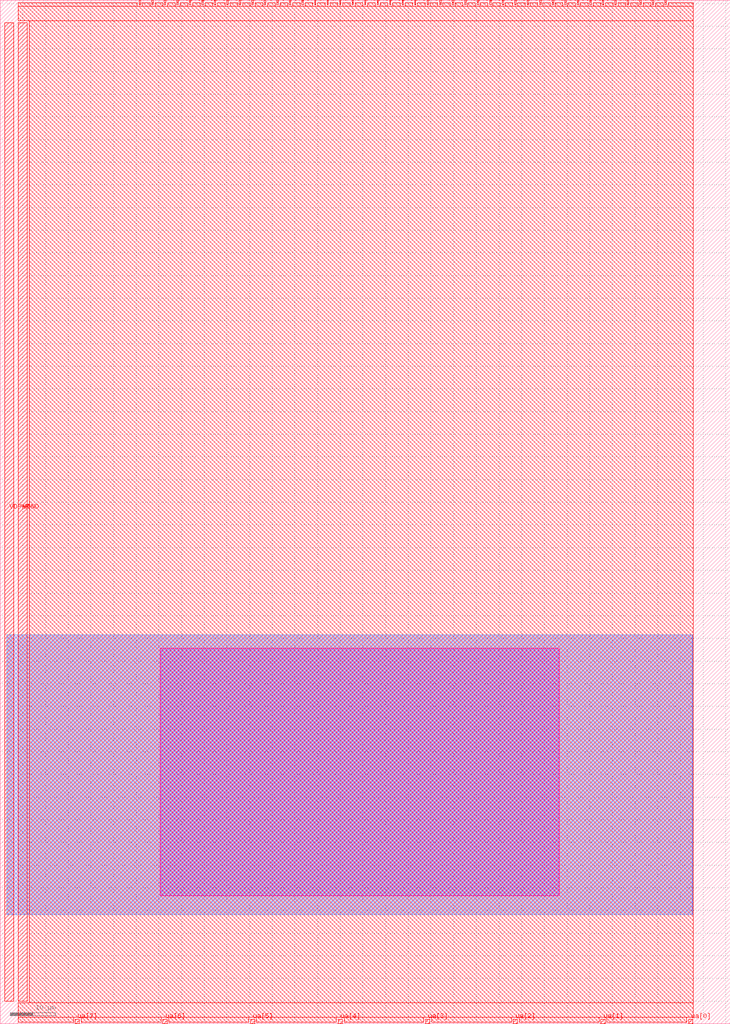
<source format=lef>
VERSION 5.7 ;
  NOWIREEXTENSIONATPIN ON ;
  DIVIDERCHAR "/" ;
  BUSBITCHARS "[]" ;
MACRO tt_um_NE567Mixer28
  CLASS BLOCK ;
  FOREIGN tt_um_NE567Mixer28 ;
  ORIGIN 0.000 0.000 ;
  SIZE 161.000 BY 225.760 ;
  PIN clk
    DIRECTION INPUT ;
    USE SIGNAL ;
    PORT
      LAYER met4 ;
        RECT 143.830 224.760 144.130 225.760 ;
    END
  END clk
  PIN ena
    DIRECTION INPUT ;
    USE SIGNAL ;
    PORT
      LAYER met4 ;
        RECT 146.590 224.760 146.890 225.760 ;
    END
  END ena
  PIN rst_n
    DIRECTION INPUT ;
    USE SIGNAL ;
    PORT
      LAYER met4 ;
        RECT 141.070 224.760 141.370 225.760 ;
    END
  END rst_n
  PIN ua[0]
    DIRECTION INOUT ;
    USE SIGNAL ;
    ANTENNADIFFAREA 2.030000 ;
    PORT
      LAYER met4 ;
        RECT 151.810 0.000 152.710 1.000 ;
    END
  END ua[0]
  PIN ua[1]
    DIRECTION INOUT ;
    USE SIGNAL ;
    ANTENNAGATEAREA 500.000000 ;
    PORT
      LAYER met4 ;
        RECT 132.490 0.000 133.390 1.000 ;
    END
  END ua[1]
  PIN ua[2]
    DIRECTION INOUT ;
    USE SIGNAL ;
    ANTENNAGATEAREA 500.000000 ;
    PORT
      LAYER met4 ;
        RECT 113.170 0.000 114.070 1.000 ;
    END
  END ua[2]
  PIN ua[3]
    DIRECTION INOUT ;
    USE SIGNAL ;
    PORT
      LAYER met4 ;
        RECT 93.850 0.000 94.750 1.000 ;
    END
  END ua[3]
  PIN ua[4]
    DIRECTION INOUT ;
    USE SIGNAL ;
    PORT
      LAYER met4 ;
        RECT 74.530 0.000 75.430 1.000 ;
    END
  END ua[4]
  PIN ua[5]
    DIRECTION INOUT ;
    USE SIGNAL ;
    PORT
      LAYER met4 ;
        RECT 55.210 0.000 56.110 1.000 ;
    END
  END ua[5]
  PIN ua[6]
    DIRECTION INOUT ;
    USE SIGNAL ;
    PORT
      LAYER met4 ;
        RECT 35.890 0.000 36.790 1.000 ;
    END
  END ua[6]
  PIN ua[7]
    DIRECTION INOUT ;
    USE SIGNAL ;
    PORT
      LAYER met4 ;
        RECT 16.570 0.000 17.470 1.000 ;
    END
  END ua[7]
  PIN ui_in[0]
    DIRECTION INPUT ;
    USE SIGNAL ;
    PORT
      LAYER met4 ;
        RECT 138.310 224.760 138.610 225.760 ;
    END
  END ui_in[0]
  PIN ui_in[1]
    DIRECTION INPUT ;
    USE SIGNAL ;
    PORT
      LAYER met4 ;
        RECT 135.550 224.760 135.850 225.760 ;
    END
  END ui_in[1]
  PIN ui_in[2]
    DIRECTION INPUT ;
    USE SIGNAL ;
    PORT
      LAYER met4 ;
        RECT 132.790 224.760 133.090 225.760 ;
    END
  END ui_in[2]
  PIN ui_in[3]
    DIRECTION INPUT ;
    USE SIGNAL ;
    PORT
      LAYER met4 ;
        RECT 130.030 224.760 130.330 225.760 ;
    END
  END ui_in[3]
  PIN ui_in[4]
    DIRECTION INPUT ;
    USE SIGNAL ;
    PORT
      LAYER met4 ;
        RECT 127.270 224.760 127.570 225.760 ;
    END
  END ui_in[4]
  PIN ui_in[5]
    DIRECTION INPUT ;
    USE SIGNAL ;
    PORT
      LAYER met4 ;
        RECT 124.510 224.760 124.810 225.760 ;
    END
  END ui_in[5]
  PIN ui_in[6]
    DIRECTION INPUT ;
    USE SIGNAL ;
    PORT
      LAYER met4 ;
        RECT 121.750 224.760 122.050 225.760 ;
    END
  END ui_in[6]
  PIN ui_in[7]
    DIRECTION INPUT ;
    USE SIGNAL ;
    PORT
      LAYER met4 ;
        RECT 118.990 224.760 119.290 225.760 ;
    END
  END ui_in[7]
  PIN uio_in[0]
    DIRECTION INPUT ;
    USE SIGNAL ;
    PORT
      LAYER met4 ;
        RECT 116.230 224.760 116.530 225.760 ;
    END
  END uio_in[0]
  PIN uio_in[1]
    DIRECTION INPUT ;
    USE SIGNAL ;
    PORT
      LAYER met4 ;
        RECT 113.470 224.760 113.770 225.760 ;
    END
  END uio_in[1]
  PIN uio_in[2]
    DIRECTION INPUT ;
    USE SIGNAL ;
    PORT
      LAYER met4 ;
        RECT 110.710 224.760 111.010 225.760 ;
    END
  END uio_in[2]
  PIN uio_in[3]
    DIRECTION INPUT ;
    USE SIGNAL ;
    PORT
      LAYER met4 ;
        RECT 107.950 224.760 108.250 225.760 ;
    END
  END uio_in[3]
  PIN uio_in[4]
    DIRECTION INPUT ;
    USE SIGNAL ;
    PORT
      LAYER met4 ;
        RECT 105.190 224.760 105.490 225.760 ;
    END
  END uio_in[4]
  PIN uio_in[5]
    DIRECTION INPUT ;
    USE SIGNAL ;
    PORT
      LAYER met4 ;
        RECT 102.430 224.760 102.730 225.760 ;
    END
  END uio_in[5]
  PIN uio_in[6]
    DIRECTION INPUT ;
    USE SIGNAL ;
    PORT
      LAYER met4 ;
        RECT 99.670 224.760 99.970 225.760 ;
    END
  END uio_in[6]
  PIN uio_in[7]
    DIRECTION INPUT ;
    USE SIGNAL ;
    PORT
      LAYER met4 ;
        RECT 96.910 224.760 97.210 225.760 ;
    END
  END uio_in[7]
  PIN uio_oe[0]
    DIRECTION OUTPUT ;
    USE SIGNAL ;
    ANTENNADIFFAREA 47.466198 ;
    PORT
      LAYER met4 ;
        RECT 49.990 224.760 50.290 225.760 ;
    END
  END uio_oe[0]
  PIN uio_oe[1]
    DIRECTION OUTPUT ;
    USE SIGNAL ;
    ANTENNADIFFAREA 47.466198 ;
    PORT
      LAYER met4 ;
        RECT 47.230 224.760 47.530 225.760 ;
    END
  END uio_oe[1]
  PIN uio_oe[2]
    DIRECTION OUTPUT ;
    USE SIGNAL ;
    ANTENNADIFFAREA 47.466198 ;
    PORT
      LAYER met4 ;
        RECT 44.470 224.760 44.770 225.760 ;
    END
  END uio_oe[2]
  PIN uio_oe[3]
    DIRECTION OUTPUT ;
    USE SIGNAL ;
    ANTENNADIFFAREA 47.466198 ;
    PORT
      LAYER met4 ;
        RECT 41.710 224.760 42.010 225.760 ;
    END
  END uio_oe[3]
  PIN uio_oe[4]
    DIRECTION OUTPUT ;
    USE SIGNAL ;
    ANTENNADIFFAREA 47.466198 ;
    PORT
      LAYER met4 ;
        RECT 38.950 224.760 39.250 225.760 ;
    END
  END uio_oe[4]
  PIN uio_oe[5]
    DIRECTION OUTPUT ;
    USE SIGNAL ;
    ANTENNADIFFAREA 47.466198 ;
    PORT
      LAYER met4 ;
        RECT 36.190 224.760 36.490 225.760 ;
    END
  END uio_oe[5]
  PIN uio_oe[6]
    DIRECTION OUTPUT ;
    USE SIGNAL ;
    ANTENNADIFFAREA 47.466198 ;
    PORT
      LAYER met4 ;
        RECT 33.430 224.760 33.730 225.760 ;
    END
  END uio_oe[6]
  PIN uio_oe[7]
    DIRECTION OUTPUT ;
    USE SIGNAL ;
    ANTENNADIFFAREA 47.466198 ;
    PORT
      LAYER met4 ;
        RECT 30.670 224.760 30.970 225.760 ;
    END
  END uio_oe[7]
  PIN uio_out[0]
    DIRECTION OUTPUT ;
    USE SIGNAL ;
    ANTENNADIFFAREA 47.466198 ;
    PORT
      LAYER met4 ;
        RECT 72.070 224.760 72.370 225.760 ;
    END
  END uio_out[0]
  PIN uio_out[1]
    DIRECTION OUTPUT ;
    USE SIGNAL ;
    ANTENNADIFFAREA 47.466198 ;
    PORT
      LAYER met4 ;
        RECT 69.310 224.760 69.610 225.760 ;
    END
  END uio_out[1]
  PIN uio_out[2]
    DIRECTION OUTPUT ;
    USE SIGNAL ;
    ANTENNADIFFAREA 47.466198 ;
    PORT
      LAYER met4 ;
        RECT 66.550 224.760 66.850 225.760 ;
    END
  END uio_out[2]
  PIN uio_out[3]
    DIRECTION OUTPUT ;
    USE SIGNAL ;
    ANTENNADIFFAREA 47.466198 ;
    PORT
      LAYER met4 ;
        RECT 63.790 224.760 64.090 225.760 ;
    END
  END uio_out[3]
  PIN uio_out[4]
    DIRECTION OUTPUT ;
    USE SIGNAL ;
    ANTENNADIFFAREA 47.466198 ;
    PORT
      LAYER met4 ;
        RECT 61.030 224.760 61.330 225.760 ;
    END
  END uio_out[4]
  PIN uio_out[5]
    DIRECTION OUTPUT ;
    USE SIGNAL ;
    ANTENNADIFFAREA 47.466198 ;
    PORT
      LAYER met4 ;
        RECT 58.270 224.760 58.570 225.760 ;
    END
  END uio_out[5]
  PIN uio_out[6]
    DIRECTION OUTPUT ;
    USE SIGNAL ;
    ANTENNADIFFAREA 47.466198 ;
    PORT
      LAYER met4 ;
        RECT 55.510 224.760 55.810 225.760 ;
    END
  END uio_out[6]
  PIN uio_out[7]
    DIRECTION OUTPUT ;
    USE SIGNAL ;
    ANTENNADIFFAREA 47.466198 ;
    PORT
      LAYER met4 ;
        RECT 52.750 224.760 53.050 225.760 ;
    END
  END uio_out[7]
  PIN uo_out[0]
    DIRECTION OUTPUT ;
    USE SIGNAL ;
    ANTENNADIFFAREA 47.466198 ;
    PORT
      LAYER met4 ;
        RECT 94.150 224.760 94.450 225.760 ;
    END
  END uo_out[0]
  PIN uo_out[1]
    DIRECTION OUTPUT ;
    USE SIGNAL ;
    ANTENNADIFFAREA 47.466198 ;
    PORT
      LAYER met4 ;
        RECT 91.390 224.760 91.690 225.760 ;
    END
  END uo_out[1]
  PIN uo_out[2]
    DIRECTION OUTPUT ;
    USE SIGNAL ;
    ANTENNADIFFAREA 47.466198 ;
    PORT
      LAYER met4 ;
        RECT 88.630 224.760 88.930 225.760 ;
    END
  END uo_out[2]
  PIN uo_out[3]
    DIRECTION OUTPUT ;
    USE SIGNAL ;
    ANTENNADIFFAREA 47.466198 ;
    PORT
      LAYER met4 ;
        RECT 85.870 224.760 86.170 225.760 ;
    END
  END uo_out[3]
  PIN uo_out[4]
    DIRECTION OUTPUT ;
    USE SIGNAL ;
    ANTENNADIFFAREA 47.466198 ;
    PORT
      LAYER met4 ;
        RECT 83.110 224.760 83.410 225.760 ;
    END
  END uo_out[4]
  PIN uo_out[5]
    DIRECTION OUTPUT ;
    USE SIGNAL ;
    ANTENNADIFFAREA 47.466198 ;
    PORT
      LAYER met4 ;
        RECT 80.350 224.760 80.650 225.760 ;
    END
  END uo_out[5]
  PIN uo_out[6]
    DIRECTION OUTPUT ;
    USE SIGNAL ;
    ANTENNADIFFAREA 47.466198 ;
    PORT
      LAYER met4 ;
        RECT 77.590 224.760 77.890 225.760 ;
    END
  END uo_out[6]
  PIN uo_out[7]
    DIRECTION OUTPUT ;
    USE SIGNAL ;
    ANTENNADIFFAREA 47.466198 ;
    PORT
      LAYER met4 ;
        RECT 74.830 224.760 75.130 225.760 ;
    END
  END uo_out[7]
  PIN VDPWR
    DIRECTION INOUT ;
    USE POWER ;
    PORT
      LAYER met4 ;
        RECT 1.000 5.000 3.000 220.760 ;
    END
  END VDPWR
  PIN VGND
    DIRECTION INOUT ;
    USE GROUND ;
    PORT
      LAYER met4 ;
        RECT 4.000 5.000 6.000 220.760 ;
    END
  END VGND
  OBS
      LAYER nwell ;
        RECT 35.310 28.180 123.250 82.800 ;
      LAYER li1 ;
        RECT 35.490 28.210 123.070 82.620 ;
      LAYER met1 ;
        RECT 1.430 24.030 152.710 85.830 ;
      LAYER met2 ;
        RECT 1.480 24.010 152.660 85.820 ;
      LAYER met3 ;
        RECT 1.430 24.035 152.710 85.795 ;
      LAYER met4 ;
        RECT 3.980 224.360 30.270 225.190 ;
        RECT 31.370 224.360 33.030 225.190 ;
        RECT 34.130 224.360 35.790 225.190 ;
        RECT 36.890 224.360 38.550 225.190 ;
        RECT 39.650 224.360 41.310 225.190 ;
        RECT 42.410 224.360 44.070 225.190 ;
        RECT 45.170 224.360 46.830 225.190 ;
        RECT 47.930 224.360 49.590 225.190 ;
        RECT 50.690 224.360 52.350 225.190 ;
        RECT 53.450 224.360 55.110 225.190 ;
        RECT 56.210 224.360 57.870 225.190 ;
        RECT 58.970 224.360 60.630 225.190 ;
        RECT 61.730 224.360 63.390 225.190 ;
        RECT 64.490 224.360 66.150 225.190 ;
        RECT 67.250 224.360 68.910 225.190 ;
        RECT 70.010 224.360 71.670 225.190 ;
        RECT 72.770 224.360 74.430 225.190 ;
        RECT 75.530 224.360 77.190 225.190 ;
        RECT 78.290 224.360 79.950 225.190 ;
        RECT 81.050 224.360 82.710 225.190 ;
        RECT 83.810 224.360 85.470 225.190 ;
        RECT 86.570 224.360 88.230 225.190 ;
        RECT 89.330 224.360 90.990 225.190 ;
        RECT 92.090 224.360 93.750 225.190 ;
        RECT 94.850 224.360 96.510 225.190 ;
        RECT 97.610 224.360 99.270 225.190 ;
        RECT 100.370 224.360 102.030 225.190 ;
        RECT 103.130 224.360 104.790 225.190 ;
        RECT 105.890 224.360 107.550 225.190 ;
        RECT 108.650 224.360 110.310 225.190 ;
        RECT 111.410 224.360 113.070 225.190 ;
        RECT 114.170 224.360 115.830 225.190 ;
        RECT 116.930 224.360 118.590 225.190 ;
        RECT 119.690 224.360 121.350 225.190 ;
        RECT 122.450 224.360 124.110 225.190 ;
        RECT 125.210 224.360 126.870 225.190 ;
        RECT 127.970 224.360 129.630 225.190 ;
        RECT 130.730 224.360 132.390 225.190 ;
        RECT 133.490 224.360 135.150 225.190 ;
        RECT 136.250 224.360 137.910 225.190 ;
        RECT 139.010 224.360 140.670 225.190 ;
        RECT 141.770 224.360 143.430 225.190 ;
        RECT 144.530 224.360 146.190 225.190 ;
        RECT 147.290 224.360 152.880 225.190 ;
        RECT 3.980 221.160 152.880 224.360 ;
        RECT 6.400 4.600 152.880 221.160 ;
        RECT 3.980 1.400 152.880 4.600 ;
        RECT 3.980 0.310 16.170 1.400 ;
        RECT 17.870 0.310 35.490 1.400 ;
        RECT 37.190 0.310 54.810 1.400 ;
        RECT 56.510 0.310 74.130 1.400 ;
        RECT 75.830 0.310 93.450 1.400 ;
        RECT 95.150 0.310 112.770 1.400 ;
        RECT 114.470 0.310 132.090 1.400 ;
        RECT 133.790 0.310 151.410 1.400 ;
  END
END tt_um_NE567Mixer28
END LIBRARY


</source>
